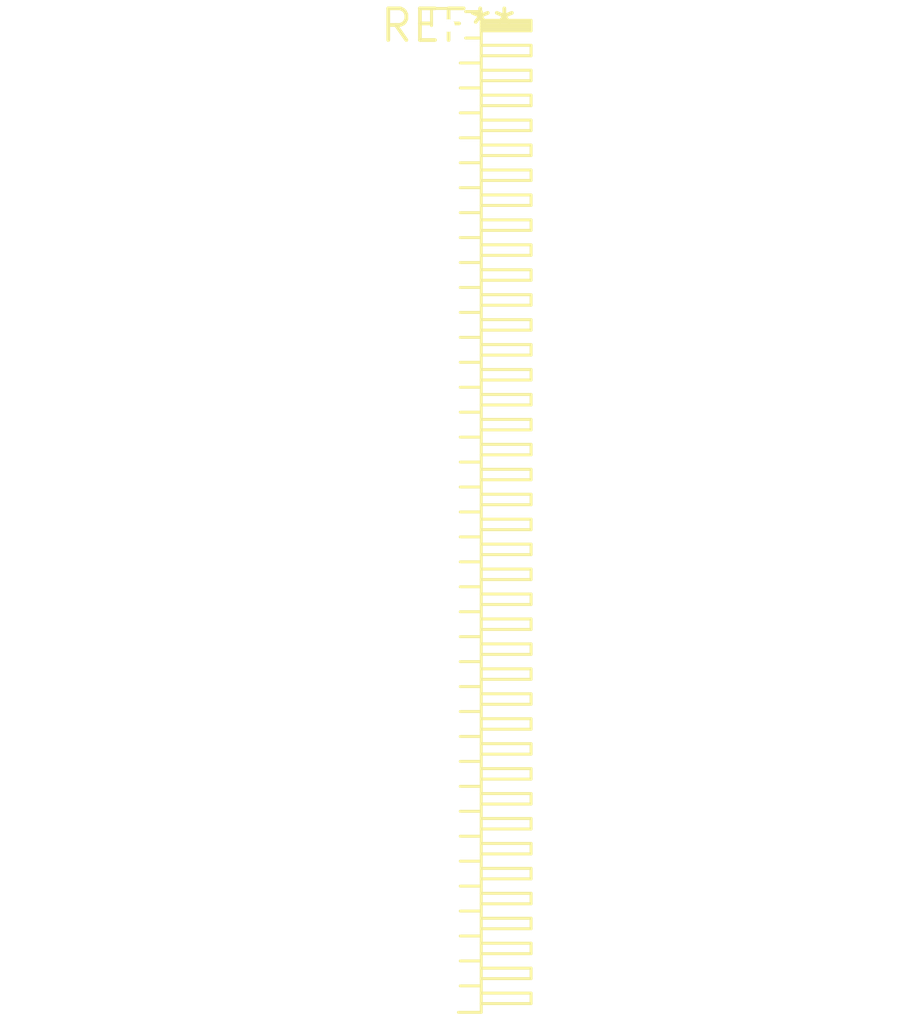
<source format=kicad_pcb>
(kicad_pcb (version 20240108) (generator pcbnew)
  (layers (0 "F.Cu" signal) (31 "B.Cu" signal) (34 "B.Paste" user) (35 "F.Paste" user) (36 "B.SilkS" user "B.Silkscreen") (37 "F.SilkS" user "F.Silkscreen") (38 "B.Mask" user) (39 "F.Mask" user) (44 "Edge.Cuts" user))
  (net 0 "")
  (footprint "PinHeader_1x40_P1.00mm_Horizontal" (layer "F.Cu") (at 0 0)
    (property "Reference" "REF**")
    (property "Value" "PinHeader_1x40_P1.00mm_Horizontal")
    (fp_line (start -0.685 -0.685) (end 0 -0.685) (layer "F.SilkS") (stroke (width 0.12)))
    (fp_line (start -0.685 0) (end -0.685 -0.685) (layer "F.SilkS") (stroke (width 0.12)))
    (fp_line (start 0.468215 1.5) (end 1.31 1.5) (layer "F.SilkS") (stroke (width 0.12)))
    (fp_line (start 0.468215 2.5) (end 1.31 2.5) (layer "F.SilkS") (stroke (width 0.12)))
    (fp_line (start 0.468215 3.5) (end 1.31 3.5) (layer "F.SilkS") (stroke (width 0.12)))
    (fp_line (start 0.468215 4.5) (end 1.31 4.5) (layer "F.SilkS") (stroke (width 0.12)))
    (fp_line (start 0.468215 5.5) (end 1.31 5.5) (layer "F.SilkS") (stroke (width 0.12)))
    (fp_line (start 0.468215 6.5) (end 1.31 6.5) (layer "F.SilkS") (stroke (width 0.12)))
    (fp_line (start 0.468215 7.5) (end 1.31 7.5) (layer "F.SilkS") (stroke (width 0.12)))
    (fp_line (start 0.468215 8.5) (end 1.31 8.5) (layer "F.SilkS") (stroke (width 0.12)))
    (fp_line (start 0.468215 9.5) (end 1.31 9.5) (layer "F.SilkS") (stroke (width 0.12)))
    (fp_line (start 0.468215 10.5) (end 1.31 10.5) (layer "F.SilkS") (stroke (width 0.12)))
    (fp_line (start 0.468215 11.5) (end 1.31 11.5) (layer "F.SilkS") (stroke (width 0.12)))
    (fp_line (start 0.468215 12.5) (end 1.31 12.5) (layer "F.SilkS") (stroke (width 0.12)))
    (fp_line (start 0.468215 13.5) (end 1.31 13.5) (layer "F.SilkS") (stroke (width 0.12)))
    (fp_line (start 0.468215 14.5) (end 1.31 14.5) (layer "F.SilkS") (stroke (width 0.12)))
    (fp_line (start 0.468215 15.5) (end 1.31 15.5) (layer "F.SilkS") (stroke (width 0.12)))
    (fp_line (start 0.468215 16.5) (end 1.31 16.5) (layer "F.SilkS") (stroke (width 0.12)))
    (fp_line (start 0.468215 17.5) (end 1.31 17.5) (layer "F.SilkS") (stroke (width 0.12)))
    (fp_line (start 0.468215 18.5) (end 1.31 18.5) (layer "F.SilkS") (stroke (width 0.12)))
    (fp_line (start 0.468215 19.5) (end 1.31 19.5) (layer "F.SilkS") (stroke (width 0.12)))
    (fp_line (start 0.468215 20.5) (end 1.31 20.5) (layer "F.SilkS") (stroke (width 0.12)))
    (fp_line (start 0.468215 21.5) (end 1.31 21.5) (layer "F.SilkS") (stroke (width 0.12)))
    (fp_line (start 0.468215 22.5) (end 1.31 22.5) (layer "F.SilkS") (stroke (width 0.12)))
    (fp_line (start 0.468215 23.5) (end 1.31 23.5) (layer "F.SilkS") (stroke (width 0.12)))
    (fp_line (start 0.468215 24.5) (end 1.31 24.5) (layer "F.SilkS") (stroke (width 0.12)))
    (fp_line (start 0.468215 25.5) (end 1.31 25.5) (layer "F.SilkS") (stroke (width 0.12)))
    (fp_line (start 0.468215 26.5) (end 1.31 26.5) (layer "F.SilkS") (stroke (width 0.12)))
    (fp_line (start 0.468215 27.5) (end 1.31 27.5) (layer "F.SilkS") (stroke (width 0.12)))
    (fp_line (start 0.468215 28.5) (end 1.31 28.5) (layer "F.SilkS") (stroke (width 0.12)))
    (fp_line (start 0.468215 29.5) (end 1.31 29.5) (layer "F.SilkS") (stroke (width 0.12)))
    (fp_line (start 0.468215 30.5) (end 1.31 30.5) (layer "F.SilkS") (stroke (width 0.12)))
    (fp_line (start 0.468215 31.5) (end 1.31 31.5) (layer "F.SilkS") (stroke (width 0.12)))
    (fp_line (start 0.468215 32.5) (end 1.31 32.5) (layer "F.SilkS") (stroke (width 0.12)))
    (fp_line (start 0.468215 33.5) (end 1.31 33.5) (layer "F.SilkS") (stroke (width 0.12)))
    (fp_line (start 0.468215 34.5) (end 1.31 34.5) (layer "F.SilkS") (stroke (width 0.12)))
    (fp_line (start 0.468215 35.5) (end 1.31 35.5) (layer "F.SilkS") (stroke (width 0.12)))
    (fp_line (start 0.468215 36.5) (end 1.31 36.5) (layer "F.SilkS") (stroke (width 0.12)))
    (fp_line (start 0.468215 37.5) (end 1.31 37.5) (layer "F.SilkS") (stroke (width 0.12)))
    (fp_line (start 0.468215 38.5) (end 1.31 38.5) (layer "F.SilkS") (stroke (width 0.12)))
    (fp_line (start 0.685 -0.56) (end 1.31 -0.56) (layer "F.SilkS") (stroke (width 0.12)))
    (fp_line (start 0.685 0.5) (end 1.31 0.5) (layer "F.SilkS") (stroke (width 0.12)))
    (fp_line (start 1.31 -0.56) (end 1.31 39.56) (layer "F.SilkS") (stroke (width 0.12)))
    (fp_line (start 1.31 -0.21) (end 3.31 -0.21) (layer "F.SilkS") (stroke (width 0.12)))
    (fp_line (start 1.31 -0.15) (end 3.31 -0.15) (layer "F.SilkS") (stroke (width 0.12)))
    (fp_line (start 1.31 -0.03) (end 3.31 -0.03) (layer "F.SilkS") (stroke (width 0.12)))
    (fp_line (start 1.31 0.09) (end 3.31 0.09) (layer "F.SilkS") (stroke (width 0.12)))
    (fp_line (start 1.31 0.79) (end 3.31 0.79) (layer "F.SilkS") (stroke (width 0.12)))
    (fp_line (start 1.31 1.79) (end 3.31 1.79) (layer "F.SilkS") (stroke (width 0.12)))
    (fp_line (start 1.31 2.79) (end 3.31 2.79) (layer "F.SilkS") (stroke (width 0.12)))
    (fp_line (start 1.31 3.79) (end 3.31 3.79) (layer "F.SilkS") (stroke (width 0.12)))
    (fp_line (start 1.31 4.79) (end 3.31 4.79) (layer "F.SilkS") (stroke (width 0.12)))
    (fp_line (start 1.31 5.79) (end 3.31 5.79) (layer "F.SilkS") (stroke (width 0.12)))
    (fp_line (start 1.31 6.79) (end 3.31 6.79) (layer "F.SilkS") (stroke (width 0.12)))
    (fp_line (start 1.31 7.79) (end 3.31 7.79) (layer "F.SilkS") (stroke (width 0.12)))
    (fp_line (start 1.31 8.79) (end 3.31 8.79) (layer "F.SilkS") (stroke (width 0.12)))
    (fp_line (start 1.31 9.79) (end 3.31 9.79) (layer "F.SilkS") (stroke (width 0.12)))
    (fp_line (start 1.31 10.79) (end 3.31 10.79) (layer "F.SilkS") (stroke (width 0.12)))
    (fp_line (start 1.31 11.79) (end 3.31 11.79) (layer "F.SilkS") (stroke (width 0.12)))
    (fp_line (start 1.31 12.79) (end 3.31 12.79) (layer "F.SilkS") (stroke (width 0.12)))
    (fp_line (start 1.31 13.79) (end 3.31 13.79) (layer "F.SilkS") (stroke (width 0.12)))
    (fp_line (start 1.31 14.79) (end 3.31 14.79) (layer "F.SilkS") (stroke (width 0.12)))
    (fp_line (start 1.31 15.79) (end 3.31 15.79) (layer "F.SilkS") (stroke (width 0.12)))
    (fp_line (start 1.31 16.79) (end 3.31 16.79) (layer "F.SilkS") (stroke (width 0.12)))
    (fp_line (start 1.31 17.79) (end 3.31 17.79) (layer "F.SilkS") (stroke (width 0.12)))
    (fp_line (start 1.31 18.79) (end 3.31 18.79) (layer "F.SilkS") (stroke (width 0.12)))
    (fp_line (start 1.31 19.79) (end 3.31 19.79) (layer "F.SilkS") (stroke (width 0.12)))
    (fp_line (start 1.31 20.79) (end 3.31 20.79) (layer "F.SilkS") (stroke (width 0.12)))
    (fp_line (start 1.31 21.79) (end 3.31 21.79) (layer "F.SilkS") (stroke (width 0.12)))
    (fp_line (start 1.31 22.79) (end 3.31 22.79) (layer "F.SilkS") (stroke (width 0.12)))
    (fp_line (start 1.31 23.79) (end 3.31 23.79) (layer "F.SilkS") (stroke (width 0.12)))
    (fp_line (start 1.31 24.79) (end 3.31 24.79) (layer "F.SilkS") (stroke (width 0.12)))
    (fp_line (start 1.31 25.79) (end 3.31 25.79) (layer "F.SilkS") (stroke (width 0.12)))
    (fp_line (start 1.31 26.79) (end 3.31 26.79) (layer "F.SilkS") (stroke (width 0.12)))
    (fp_line (start 1.31 27.79) (end 3.31 27.79) (layer "F.SilkS") (stroke (width 0.12)))
    (fp_line (start 1.31 28.79) (end 3.31 28.79) (layer "F.SilkS") (stroke (width 0.12)))
    (fp_line (start 1.31 29.79) (end 3.31 29.79) (layer "F.SilkS") (stroke (width 0.12)))
    (fp_line (start 1.31 30.79) (end 3.31 30.79) (layer "F.SilkS") (stroke (width 0.12)))
    (fp_line (start 1.31 31.79) (end 3.31 31.79) (layer "F.SilkS") (stroke (width 0.12)))
    (fp_line (start 1.31 32.79) (end 3.31 32.79) (layer "F.SilkS") (stroke (width 0.12)))
    (fp_line (start 1.31 33.79) (end 3.31 33.79) (layer "F.SilkS") (stroke (width 0.12)))
    (fp_line (start 1.31 34.79) (end 3.31 34.79) (layer "F.SilkS") (stroke (width 0.12)))
    (fp_line (start 1.31 35.79) (end 3.31 35.79) (layer "F.SilkS") (stroke (width 0.12)))
    (fp_line (start 1.31 36.79) (end 3.31 36.79) (layer "F.SilkS") (stroke (width 0.12)))
    (fp_line (start 1.31 37.79) (end 3.31 37.79) (layer "F.SilkS") (stroke (width 0.12)))
    (fp_line (start 1.31 38.79) (end 3.31 38.79) (layer "F.SilkS") (stroke (width 0.12)))
    (fp_line (start 1.31 39.56) (end 0.394493 39.56) (layer "F.SilkS") (stroke (width 0.12)))
    (fp_line (start 3.31 -0.21) (end 3.31 0.21) (layer "F.SilkS") (stroke (width 0.12)))
    (fp_line (start 3.31 0.21) (end 1.31 0.21) (layer "F.SilkS") (stroke (width 0.12)))
    (fp_line (start 3.31 0.79) (end 3.31 1.21) (layer "F.SilkS") (stroke (width 0.12)))
    (fp_line (start 3.31 1.21) (end 1.31 1.21) (layer "F.SilkS") (stroke (width 0.12)))
    (fp_line (start 3.31 1.79) (end 3.31 2.21) (layer "F.SilkS") (stroke (width 0.12)))
    (fp_line (start 3.31 2.21) (end 1.31 2.21) (layer "F.SilkS") (stroke (width 0.12)))
    (fp_line (start 3.31 2.79) (end 3.31 3.21) (layer "F.SilkS") (stroke (width 0.12)))
    (fp_line (start 3.31 3.21) (end 1.31 3.21) (layer "F.SilkS") (stroke (width 0.12)))
    (fp_line (start 3.31 3.79) (end 3.31 4.21) (layer "F.SilkS") (stroke (width 0.12)))
    (fp_line (start 3.31 4.21) (end 1.31 4.21) (layer "F.SilkS") (stroke (width 0.12)))
    (fp_line (start 3.31 4.79) (end 3.31 5.21) (layer "F.SilkS") (stroke (width 0.12)))
    (fp_line (start 3.31 5.21) (end 1.31 5.21) (layer "F.SilkS") (stroke (width 0.12)))
    (fp_line (start 3.31 5.79) (end 3.31 6.21) (layer "F.SilkS") (stroke (width 0.12)))
    (fp_line (start 3.31 6.21) (end 1.31 6.21) (layer "F.SilkS") (stroke (width 0.12)))
    (fp_line (start 3.31 6.79) (end 3.31 7.21) (layer "F.SilkS") (stroke (width 0.12)))
    (fp_line (start 3.31 7.21) (end 1.31 7.21) (layer "F.SilkS") (stroke (width 0.12)))
    (fp_line (start 3.31 7.79) (end 3.31 8.21) (layer "F.SilkS") (stroke (width 0.12)))
    (fp_line (start 3.31 8.21) (end 1.31 8.21) (layer "F.SilkS") (stroke (width 0.12)))
    (fp_line (start 3.31 8.79) (end 3.31 9.21) (layer "F.SilkS") (stroke (width 0.12)))
    (fp_line (start 3.31 9.21) (end 1.31 9.21) (layer "F.SilkS") (stroke (width 0.12)))
    (fp_line (start 3.31 9.79) (end 3.31 10.21) (layer "F.SilkS") (stroke (width 0.12)))
    (fp_line (start 3.31 10.21) (end 1.31 10.21) (layer "F.SilkS") (stroke (width 0.12)))
    (fp_line (start 3.31 10.79) (end 3.31 11.21) (layer "F.SilkS") (stroke (width 0.12)))
    (fp_line (start 3.31 11.21) (end 1.31 11.21) (layer "F.SilkS") (stroke (width 0.12)))
    (fp_line (start 3.31 11.79) (end 3.31 12.21) (layer "F.SilkS") (stroke (width 0.12)))
    (fp_line (start 3.31 12.21) (end 1.31 12.21) (layer "F.SilkS") (stroke (width 0.12)))
    (fp_line (start 3.31 12.79) (end 3.31 13.21) (layer "F.SilkS") (stroke (width 0.12)))
    (fp_line (start 3.31 13.21) (end 1.31 13.21) (layer "F.SilkS") (stroke (width 0.12)))
    (fp_line (start 3.31 13.79) (end 3.31 14.21) (layer "F.SilkS") (stroke (width 0.12)))
    (fp_line (start 3.31 14.21) (end 1.31 14.21) (layer "F.SilkS") (stroke (width 0.12)))
    (fp_line (start 3.31 14.79) (end 3.31 15.21) (layer "F.SilkS") (stroke (width 0.12)))
    (fp_line (start 3.31 15.21) (end 1.31 15.21) (layer "F.SilkS") (stroke (width 0.12)))
    (fp_line (start 3.31 15.79) (end 3.31 16.21) (layer "F.SilkS") (stroke (width 0.12)))
    (fp_line (start 3.31 16.21) (end 1.31 16.21) (layer "F.SilkS") (stroke (width 0.12)))
    (fp_line (start 3.31 16.79) (end 3.31 17.21) (layer "F.SilkS") (stroke (width 0.12)))
    (fp_line (start 3.31 17.21) (end 1.31 17.21) (layer "F.SilkS") (stroke (width 0.12)))
    (fp_line (start 3.31 17.79) (end 3.31 18.21) (layer "F.SilkS") (stroke (width 0.12)))
    (fp_line (start 3.31 18.21) (end 1.31 18.21) (layer "F.SilkS") (stroke (width 0.12)))
    (fp_line (start 3.31 18.79) (end 3.31 19.21) (layer "F.SilkS") (stroke (width 0.12)))
    (fp_line (start 3.31 19.21) (end 1.31 19.21) (layer "F.SilkS") (stroke (width 0.12)))
    (fp_line (start 3.31 19.79) (end 3.31 20.21) (layer "F.SilkS") (stroke (width 0.12)))
    (fp_line (start 3.31 20.21) (end 1.31 20.21) (layer "F.SilkS") (stroke (width 0.12)))
    (fp_line (start 3.31 20.79) (end 3.31 21.21) (layer "F.SilkS") (stroke (width 0.12)))
    (fp_line (start 3.31 21.21) (end 1.31 21.21) (layer "F.SilkS") (stroke (width 0.12)))
    (fp_line (start 3.31 21.79) (end 3.31 22.21) (layer "F.SilkS") (stroke (width 0.12)))
    (fp_line (start 3.31 22.21) (end 1.31 22.21) (layer "F.SilkS") (stroke (width 0.12)))
    (fp_line (start 3.31 22.79) (end 3.31 23.21) (layer "F.SilkS") (stroke (width 0.12)))
    (fp_line (start 3.31 23.21) (end 1.31 23.21) (layer "F.SilkS") (stroke (width 0.12)))
    (fp_line (start 3.31 23.79) (end 3.31 24.21) (layer "F.SilkS") (stroke (width 0.12)))
    (fp_line (start 3.31 24.21) (end 1.31 24.21) (layer "F.SilkS") (stroke (width 0.12)))
    (fp_line (start 3.31 24.79) (end 3.31 25.21) (layer "F.SilkS") (stroke (width 0.12)))
    (fp_line (start 3.31 25.21) (end 1.31 25.21) (layer "F.SilkS") (stroke (width 0.12)))
    (fp_line (start 3.31 25.79) (end 3.31 26.21) (layer "F.SilkS") (stroke (width 0.12)))
    (fp_line (start 3.31 26.21) (end 1.31 26.21) (layer "F.SilkS") (stroke (width 0.12)))
    (fp_line (start 3.31 26.79) (end 3.31 27.21) (layer "F.SilkS") (stroke (width 0.12)))
    (fp_line (start 3.31 27.21) (end 1.31 27.21) (layer "F.SilkS") (stroke (width 0.12)))
    (fp_line (start 3.31 27.79) (end 3.31 28.21) (layer "F.SilkS") (stroke (width 0.12)))
    (fp_line (start 3.31 28.21) (end 1.31 28.21) (layer "F.SilkS") (stroke (width 0.12)))
    (fp_line (start 3.31 28.79) (end 3.31 29.21) (layer "F.SilkS") (stroke (width 0.12)))
    (fp_line (start 3.31 29.21) (end 1.31 29.21) (layer "F.SilkS") (stroke (width 0.12)))
    (fp_line (start 3.31 29.79) (end 3.31 30.21) (layer "F.SilkS") (stroke (width 0.12)))
    (fp_line (start 3.31 30.21) (end 1.31 30.21) (layer "F.SilkS") (stroke (width 0.12)))
    (fp_line (start 3.31 30.79) (end 3.31 31.21) (layer "F.SilkS") (stroke (width 0.12)))
    (fp_line (start 3.31 31.21) (end 1.31 31.21) (layer "F.SilkS") (stroke (width 0.12)))
    (fp_line (start 3.31 31.79) (end 3.31 32.21) (layer "F.SilkS") (stroke (width 0.12)))
    (fp_line (start 3.31 32.21) (end 1.31 32.21) (layer "F.SilkS") (stroke (width 0.12)))
    (fp_line (start 3.31 32.79) (end 3.31 33.21) (layer "F.SilkS") (stroke (width 0.12)))
    (fp_line (start 3.31 33.21) (end 1.31 33.21) (layer "F.SilkS") (stroke (width 0.12)))
    (fp_line (start 3.31 33.79) (end 3.31 34.21) (layer "F.SilkS") (stroke (width 0.12)))
    (fp_line (start 3.31 34.21) (end 1.31 34.21) (layer "F.SilkS") (stroke (width 0.12)))
    (fp_line (start 3.31 34.79) (end 3.31 35.21) (layer "F.SilkS") (stroke (width 0.12)))
    (fp_line (start 3.31 35.21) (end 1.31 35.21) (layer "F.SilkS") (stroke (width 0.12)))
    (fp_line (start 3.31 35.79) (end 3.31 36.21) (layer "F.SilkS") (stroke (width 0.12)))
    (fp_line (start 3.31 36.21) (end 1.31 36.21) (layer "F.SilkS") (stroke (width 0.12)))
    (fp_line (start 3.31 36.79) (end 3.31 37.21) (layer "F.SilkS") (stroke (width 0.12)))
    (fp_line (start 3.31 37.21) (end 1.31 37.21) (layer "F.SilkS") (stroke (width 0.12)))
    (fp_line (start 3.31 37.79) (end 3.31 38.21) (layer "F.SilkS") (stroke (width 0.12)))
    (fp_line (start 3.31 38.21) (end 1.31 38.21) (layer "F.SilkS") (stroke (width 0.12)))
    (fp_line (start 3.31 38.79) (end 3.31 39.21) (layer "F.SilkS") (stroke (width 0.12)))
    (fp_line (start 3.31 39.21) (end 1.31 39.21) (layer "F.SilkS") (stroke (width 0.12)))
    (pad "1" thru_hole rect (at 0 0) (size 0.85 0.85) (drill 0.5) (layers *.Cu *.Mask) (remove_unused_layers))
    (pad "2" thru_hole oval (at 0 1) (size 0.85 0.85) (drill 0.5) (layers *.Cu *.Mask) (remove_unused_layers))
    (pad "3" thru_hole oval (at 0 2) (size 0.85 0.85) (drill 0.5) (layers *.Cu *.Mask) (remove_unused_layers))
    (pad "4" thru_hole oval (at 0 3) (size 0.85 0.85) (drill 0.5) (layers *.Cu *.Mask) (remove_unused_layers))
    (pad "5" thru_hole oval (at 0 4) (size 0.85 0.85) (drill 0.5) (layers *.Cu *.Mask) (remove_unused_layers))
    (pad "6" thru_hole oval (at 0 5) (size 0.85 0.85) (drill 0.5) (layers *.Cu *.Mask) (remove_unused_layers))
    (pad "7" thru_hole oval (at 0 6) (size 0.85 0.85) (drill 0.5) (layers *.Cu *.Mask) (remove_unused_layers))
    (pad "8" thru_hole oval (at 0 7) (size 0.85 0.85) (drill 0.5) (layers *.Cu *.Mask) (remove_unused_layers))
    (pad "9" thru_hole oval (at 0 8) (size 0.85 0.85) (drill 0.5) (layers *.Cu *.Mask) (remove_unused_layers))
    (pad "10" thru_hole oval (at 0 9) (size 0.85 0.85) (drill 0.5) (layers *.Cu *.Mask) (remove_unused_layers))
    (pad "11" thru_hole oval (at 0 10) (size 0.85 0.85) (drill 0.5) (layers *.Cu *.Mask) (remove_unused_layers))
    (pad "12" thru_hole oval (at 0 11) (size 0.85 0.85) (drill 0.5) (layers *.Cu *.Mask) (remove_unused_layers))
    (pad "13" thru_hole oval (at 0 12) (size 0.85 0.85) (drill 0.5) (layers *.Cu *.Mask) (remove_unused_layers))
    (pad "14" thru_hole oval (at 0 13) (size 0.85 0.85) (drill 0.5) (layers *.Cu *.Mask) (remove_unused_layers))
    (pad "15" thru_hole oval (at 0 14) (size 0.85 0.85) (drill 0.5) (layers *.Cu *.Mask) (remove_unused_layers))
    (pad "16" thru_hole oval (at 0 15) (size 0.85 0.85) (drill 0.5) (layers *.Cu *.Mask) (remove_unused_layers))
    (pad "17" thru_hole oval (at 0 16) (size 0.85 0.85) (drill 0.5) (layers *.Cu *.Mask) (remove_unused_layers))
    (pad "18" thru_hole oval (at 0 17) (size 0.85 0.85) (drill 0.5) (layers *.Cu *.Mask) (remove_unused_layers))
    (pad "19" thru_hole oval (at 0 18) (size 0.85 0.85) (drill 0.5) (layers *.Cu *.Mask) (remove_unused_layers))
    (pad "20" thru_hole oval (at 0 19) (size 0.85 0.85) (drill 0.5) (layers *.Cu *.Mask) (remove_unused_layers))
    (pad "21" thru_hole oval (at 0 20) (size 0.85 0.85) (drill 0.5) (layers *.Cu *.Mask) (remove_unused_layers))
    (pad "22" thru_hole oval (at 0 21) (size 0.85 0.85) (drill 0.5) (layers *.Cu *.Mask) (remove_unused_layers))
    (pad "23" thru_hole oval (at 0 22) (size 0.85 0.85) (drill 0.5) (layers *.Cu *.Mask) (remove_unused_layers))
    (pad "24" thru_hole oval (at 0 23) (size 0.85 0.85) (drill 0.5) (layers *.Cu *.Mask) (remove_unused_layers))
    (pad "25" thru_hole oval (at 0 24) (size 0.85 0.85) (drill 0.5) (layers *.Cu *.Mask) (remove_unused_layers))
    (pad "26" thru_hole oval (at 0 25) (size 0.85 0.85) (drill 0.5) (layers *.Cu *.Mask) (remove_unused_layers))
    (pad "27" thru_hole oval (at 0 26) (size 0.85 0.85) (drill 0.5) (layers *.Cu *.Mask) (remove_unused_layers))
    (pad "28" thru_hole oval (at 0 27) (size 0.85 0.85) (drill 0.5) (layers *.Cu *.Mask) (remove_unused_layers))
    (pad "29" thru_hole oval (at 0 28) (size 0.85 0.85) (drill 0.5) (layers *.Cu *.Mask) (remove_unused_layers))
    (pad "30" thru_hole oval (at 0 29) (size 0.85 0.85) (drill 0.5) (layers *.Cu *.Mask) (remove_unused_layers))
    (pad "31" thru_hole oval (at 0 30) (size 0.85 0.85) (drill 0.5) (layers *.Cu *.Mask) (remove_unused_layers))
    (pad "32" thru_hole oval (at 0 31) (size 0.85 0.85) (drill 0.5) (layers *.Cu *.Mask) (remove_unused_layers))
    (pad "33" thru_hole oval (at 0 32) (size 0.85 0.85) (drill 0.5) (layers *.Cu *.Mask) (remove_unused_layers))
    (pad "34" thru_hole oval (at 0 33) (size 0.85 0.85) (drill 0.5) (layers *.Cu *.Mask) (remove_unused_layers))
    (pad "35" thru_hole oval (at 0 34) (size 0.85 0.85) (drill 0.5) (layers *.Cu *.Mask) (remove_unused_layers))
    (pad "36" thru_hole oval (at 0 35) (size 0.85 0.85) (drill 0.5) (layers *.Cu *.Mask) (remove_unused_layers))
    (pad "37" thru_hole oval (at 0 36) (size 0.85 0.85) (drill 0.5) (layers *.Cu *.Mask) (remove_unused_layers))
    (pad "38" thru_hole oval (at 0 37) (size 0.85 0.85) (drill 0.5) (layers *.Cu *.Mask) (remove_unused_layers))
    (pad "39" thru_hole oval (at 0 38) (size 0.85 0.85) (drill 0.5) (layers *.Cu *.Mask) (remove_unused_layers))
    (pad "40" thru_hole oval (at 0 39) (size 0.85 0.85) (drill 0.5) (layers *.Cu *.Mask) (remove_unused_layers))
  )
)
</source>
